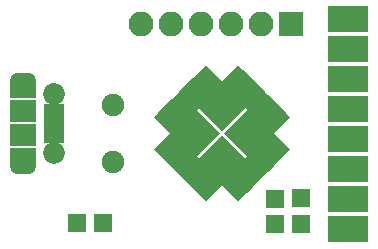
<source format=gts>
%TF.GenerationSoftware,KiCad,Pcbnew,4.0.7*%
%TF.CreationDate,2017-11-19T11:54:36+08:00*%
%TF.ProjectId,ST-Link V2.1,53542D4C696E6B2056322E312E6B6963,rev?*%
%TF.FileFunction,Soldermask,Top*%
%FSLAX46Y46*%
G04 Gerber Fmt 4.6, Leading zero omitted, Abs format (unit mm)*
G04 Created by KiCad (PCBNEW 4.0.7) date 11/19/17 11:54:36*
%MOMM*%
%LPD*%
G01*
G04 APERTURE LIST*
%ADD10C,0.100000*%
%ADD11R,2.300000X1.900000*%
%ADD12C,1.850000*%
%ADD13R,1.750000X0.800000*%
%ADD14O,2.300000X1.600000*%
%ADD15R,2.300000X1.600000*%
%ADD16R,2.100000X2.100000*%
%ADD17O,2.100000X2.100000*%
%ADD18C,1.900000*%
%ADD19R,1.600000X1.600000*%
G04 APERTURE END LIST*
D10*
D11*
X120820200Y-109600000D03*
D12*
X123520200Y-106100000D03*
D13*
X123520200Y-107950000D03*
X123520200Y-107300000D03*
X123520200Y-109900000D03*
X123520200Y-109250000D03*
X123520200Y-108600000D03*
D12*
X123520200Y-111100000D03*
D11*
X120820200Y-107600000D03*
D14*
X120820200Y-105100000D03*
X120820200Y-112100000D03*
D15*
X120820200Y-111500000D03*
X120820200Y-105700000D03*
D10*
G36*
X146700000Y-100920000D02*
X146700000Y-98720000D01*
X150100000Y-98720000D01*
X150100000Y-100920000D01*
X146700000Y-100920000D01*
X146700000Y-100920000D01*
G37*
G36*
X146700000Y-103460000D02*
X146700000Y-101260000D01*
X150100000Y-101260000D01*
X150100000Y-103460000D01*
X146700000Y-103460000D01*
X146700000Y-103460000D01*
G37*
G36*
X146700000Y-106000000D02*
X146700000Y-103800000D01*
X150100000Y-103800000D01*
X150100000Y-106000000D01*
X146700000Y-106000000D01*
X146700000Y-106000000D01*
G37*
G36*
X146700000Y-108540000D02*
X146700000Y-106340000D01*
X150100000Y-106340000D01*
X150100000Y-108540000D01*
X146700000Y-108540000D01*
X146700000Y-108540000D01*
G37*
G36*
X146700000Y-111080000D02*
X146700000Y-108880000D01*
X150100000Y-108880000D01*
X150100000Y-111080000D01*
X146700000Y-111080000D01*
X146700000Y-111080000D01*
G37*
G36*
X146700000Y-113620000D02*
X146700000Y-111420000D01*
X150100000Y-111420000D01*
X150100000Y-113620000D01*
X146700000Y-113620000D01*
X146700000Y-113620000D01*
G37*
G36*
X146700000Y-116160000D02*
X146700000Y-113960000D01*
X150100000Y-113960000D01*
X150100000Y-116160000D01*
X146700000Y-116160000D01*
X146700000Y-116160000D01*
G37*
G36*
X146700000Y-118700000D02*
X146700000Y-116500000D01*
X150100000Y-116500000D01*
X150100000Y-118700000D01*
X146700000Y-118700000D01*
X146700000Y-118700000D01*
G37*
D16*
X143535400Y-100177600D03*
D17*
X140995400Y-100177600D03*
X138455400Y-100177600D03*
X135915400Y-100177600D03*
X133375400Y-100177600D03*
X130835400Y-100177600D03*
D18*
X128498600Y-111912400D03*
X128498600Y-107032400D03*
D19*
X127592000Y-117068600D03*
X125392000Y-117068600D03*
X144380912Y-117156150D03*
X144380912Y-114956150D03*
X142223600Y-117177000D03*
X142223600Y-114977000D03*
D10*
G36*
X133473553Y-109559128D02*
X131953274Y-108038849D01*
X132448249Y-107543874D01*
X133968528Y-109064153D01*
X133473553Y-109559128D01*
X133473553Y-109559128D01*
G37*
G36*
X133827106Y-109205575D02*
X132306827Y-107685296D01*
X132801802Y-107190321D01*
X134322081Y-108710600D01*
X133827106Y-109205575D01*
X133827106Y-109205575D01*
G37*
G36*
X134180660Y-108852021D02*
X132660381Y-107331742D01*
X133155356Y-106836767D01*
X134675635Y-108357046D01*
X134180660Y-108852021D01*
X134180660Y-108852021D01*
G37*
G36*
X134534213Y-108498468D02*
X133013934Y-106978189D01*
X133508909Y-106483214D01*
X135029188Y-108003493D01*
X134534213Y-108498468D01*
X134534213Y-108498468D01*
G37*
G36*
X134887766Y-108144915D02*
X133367487Y-106624636D01*
X133862462Y-106129661D01*
X135382741Y-107649940D01*
X134887766Y-108144915D01*
X134887766Y-108144915D01*
G37*
G36*
X134216016Y-105776107D02*
X135736295Y-107296386D01*
X135241320Y-107791361D01*
X133721041Y-106271082D01*
X134216016Y-105776107D01*
X134216016Y-105776107D01*
G37*
G36*
X135594873Y-107437808D02*
X134074594Y-105917529D01*
X134569569Y-105422554D01*
X136089848Y-106942833D01*
X135594873Y-107437808D01*
X135594873Y-107437808D01*
G37*
G36*
X135948427Y-107084254D02*
X134428148Y-105563975D01*
X134923123Y-105069000D01*
X136443402Y-106589279D01*
X135948427Y-107084254D01*
X135948427Y-107084254D01*
G37*
G36*
X136301980Y-106730701D02*
X134781701Y-105210422D01*
X135276676Y-104715447D01*
X136796955Y-106235726D01*
X136301980Y-106730701D01*
X136301980Y-106730701D01*
G37*
G36*
X136655533Y-106377148D02*
X135135254Y-104856869D01*
X135630229Y-104361894D01*
X137150508Y-105882173D01*
X136655533Y-106377148D01*
X136655533Y-106377148D01*
G37*
G36*
X137009087Y-106023594D02*
X135488808Y-104503315D01*
X135983783Y-104008340D01*
X137504062Y-105528619D01*
X137009087Y-106023594D01*
X137009087Y-106023594D01*
G37*
G36*
X137362640Y-105670041D02*
X135842361Y-104149762D01*
X136337336Y-103654787D01*
X137857615Y-105175066D01*
X137362640Y-105670041D01*
X137362640Y-105670041D01*
G37*
G36*
X136089848Y-111892581D02*
X134569569Y-113412860D01*
X134074594Y-112917885D01*
X135594873Y-111397606D01*
X136089848Y-111892581D01*
X136089848Y-111892581D01*
G37*
G36*
X135736295Y-111539028D02*
X134216016Y-113059307D01*
X133721041Y-112564332D01*
X135241320Y-111044053D01*
X135736295Y-111539028D01*
X135736295Y-111539028D01*
G37*
G36*
X135382741Y-111185474D02*
X133862462Y-112705753D01*
X133367487Y-112210778D01*
X134887766Y-110690499D01*
X135382741Y-111185474D01*
X135382741Y-111185474D01*
G37*
G36*
X135029188Y-110831921D02*
X133508909Y-112352200D01*
X133013934Y-111857225D01*
X134534213Y-110336946D01*
X135029188Y-110831921D01*
X135029188Y-110831921D01*
G37*
G36*
X134675635Y-110478368D02*
X133155356Y-111998647D01*
X132660381Y-111503672D01*
X134180660Y-109983393D01*
X134675635Y-110478368D01*
X134675635Y-110478368D01*
G37*
G36*
X134322081Y-110124814D02*
X132801802Y-111645093D01*
X132306827Y-111150118D01*
X133827106Y-109629839D01*
X134322081Y-110124814D01*
X134322081Y-110124814D01*
G37*
G36*
X136443402Y-112246135D02*
X134923123Y-113766414D01*
X134428148Y-113271439D01*
X135948427Y-111751160D01*
X136443402Y-112246135D01*
X136443402Y-112246135D01*
G37*
G36*
X133968528Y-109771261D02*
X132448249Y-111291540D01*
X131953274Y-110796565D01*
X133473553Y-109276286D01*
X133968528Y-109771261D01*
X133968528Y-109771261D01*
G37*
G36*
X136796955Y-112599688D02*
X135276676Y-114119967D01*
X134781701Y-113624992D01*
X136301980Y-112104713D01*
X136796955Y-112599688D01*
X136796955Y-112599688D01*
G37*
G36*
X137150508Y-112953241D02*
X135630229Y-114473520D01*
X135135254Y-113978545D01*
X136655533Y-112458266D01*
X137150508Y-112953241D01*
X137150508Y-112953241D01*
G37*
G36*
X137504062Y-113306795D02*
X135983783Y-114827074D01*
X135488808Y-114332099D01*
X137009087Y-112811820D01*
X137504062Y-113306795D01*
X137504062Y-113306795D01*
G37*
G36*
X137857615Y-113660348D02*
X136337336Y-115180627D01*
X135842361Y-114685652D01*
X137362640Y-113165373D01*
X137857615Y-113660348D01*
X137857615Y-113660348D01*
G37*
G36*
X141216372Y-113059307D02*
X139696093Y-111539028D01*
X140191068Y-111044053D01*
X141711347Y-112564332D01*
X141216372Y-113059307D01*
X141216372Y-113059307D01*
G37*
G36*
X140862819Y-113412860D02*
X139342540Y-111892581D01*
X139837515Y-111397606D01*
X141357794Y-112917885D01*
X140862819Y-113412860D01*
X140862819Y-113412860D01*
G37*
G36*
X140509265Y-113766414D02*
X138988986Y-112246135D01*
X139483961Y-111751160D01*
X141004240Y-113271439D01*
X140509265Y-113766414D01*
X140509265Y-113766414D01*
G37*
G36*
X140155712Y-114119967D02*
X138635433Y-112599688D01*
X139130408Y-112104713D01*
X140650687Y-113624992D01*
X140155712Y-114119967D01*
X140155712Y-114119967D01*
G37*
G36*
X139802159Y-114473520D02*
X138281880Y-112953241D01*
X138776855Y-112458266D01*
X140297134Y-113978545D01*
X139802159Y-114473520D01*
X139802159Y-114473520D01*
G37*
G36*
X139448605Y-114827074D02*
X137928326Y-113306795D01*
X138423301Y-112811820D01*
X139943580Y-114332099D01*
X139448605Y-114827074D01*
X139448605Y-114827074D01*
G37*
G36*
X139095052Y-115180627D02*
X137574773Y-113660348D01*
X138069748Y-113165373D01*
X139590027Y-114685652D01*
X139095052Y-115180627D01*
X139095052Y-115180627D01*
G37*
G36*
X141569926Y-112705753D02*
X140049647Y-111185474D01*
X140544622Y-110690499D01*
X142064901Y-112210778D01*
X141569926Y-112705753D01*
X141569926Y-112705753D01*
G37*
G36*
X141923479Y-112352200D02*
X140403200Y-110831921D01*
X140898175Y-110336946D01*
X142418454Y-111857225D01*
X141923479Y-112352200D01*
X141923479Y-112352200D01*
G37*
G36*
X142277032Y-111998647D02*
X140756753Y-110478368D01*
X141251728Y-109983393D01*
X142772007Y-111503672D01*
X142277032Y-111998647D01*
X142277032Y-111998647D01*
G37*
G36*
X142630586Y-111645093D02*
X141110307Y-110124814D01*
X141605282Y-109629839D01*
X143125561Y-111150118D01*
X142630586Y-111645093D01*
X142630586Y-111645093D01*
G37*
G36*
X142984139Y-111291540D02*
X141463860Y-109771261D01*
X141958835Y-109276286D01*
X143479114Y-110796565D01*
X142984139Y-111291540D01*
X142984139Y-111291540D01*
G37*
G36*
X141357794Y-105917529D02*
X139837515Y-107437808D01*
X139342540Y-106942833D01*
X140862819Y-105422554D01*
X141357794Y-105917529D01*
X141357794Y-105917529D01*
G37*
G36*
X141711347Y-106271082D02*
X140191068Y-107791361D01*
X139696093Y-107296386D01*
X141216372Y-105776107D01*
X141711347Y-106271082D01*
X141711347Y-106271082D01*
G37*
G36*
X141004240Y-105563975D02*
X139483961Y-107084254D01*
X138988986Y-106589279D01*
X140509265Y-105069000D01*
X141004240Y-105563975D01*
X141004240Y-105563975D01*
G37*
G36*
X140650687Y-105210422D02*
X139130408Y-106730701D01*
X138635433Y-106235726D01*
X140155712Y-104715447D01*
X140650687Y-105210422D01*
X140650687Y-105210422D01*
G37*
G36*
X140297134Y-104856869D02*
X138776855Y-106377148D01*
X138281880Y-105882173D01*
X139802159Y-104361894D01*
X140297134Y-104856869D01*
X140297134Y-104856869D01*
G37*
G36*
X139943580Y-104503315D02*
X138423301Y-106023594D01*
X137928326Y-105528619D01*
X139448605Y-104008340D01*
X139943580Y-104503315D01*
X139943580Y-104503315D01*
G37*
G36*
X139590027Y-104149762D02*
X138069748Y-105670041D01*
X137574773Y-105175066D01*
X139095052Y-103654787D01*
X139590027Y-104149762D01*
X139590027Y-104149762D01*
G37*
G36*
X142064901Y-106624636D02*
X140544622Y-108144915D01*
X140049647Y-107649940D01*
X141569926Y-106129661D01*
X142064901Y-106624636D01*
X142064901Y-106624636D01*
G37*
G36*
X142418454Y-106978189D02*
X140898175Y-108498468D01*
X140403200Y-108003493D01*
X141923479Y-106483214D01*
X142418454Y-106978189D01*
X142418454Y-106978189D01*
G37*
G36*
X142772007Y-107331742D02*
X141251728Y-108852021D01*
X140756753Y-108357046D01*
X142277032Y-106836767D01*
X142772007Y-107331742D01*
X142772007Y-107331742D01*
G37*
G36*
X143125561Y-107685296D02*
X141605282Y-109205575D01*
X141110307Y-108710600D01*
X142630586Y-107190321D01*
X143125561Y-107685296D01*
X143125561Y-107685296D01*
G37*
G36*
X143479114Y-108038849D02*
X141958835Y-109559128D01*
X141463860Y-109064153D01*
X142984139Y-107543874D01*
X143479114Y-108038849D01*
X143479114Y-108038849D01*
G37*
G36*
X135524163Y-111468317D02*
X133473553Y-109417707D01*
X135524163Y-107367097D01*
X137574773Y-109417707D01*
X135524163Y-111468317D01*
X135524163Y-111468317D01*
G37*
G36*
X139908225Y-111468317D02*
X137857615Y-109417707D01*
X139908225Y-107367097D01*
X141958835Y-109417707D01*
X139908225Y-111468317D01*
X139908225Y-111468317D01*
G37*
G36*
X137716194Y-109276286D02*
X135665584Y-107225676D01*
X137716194Y-105175066D01*
X139766804Y-107225676D01*
X137716194Y-109276286D01*
X137716194Y-109276286D01*
G37*
G36*
X137716194Y-113660348D02*
X135665584Y-111609738D01*
X137716194Y-109559128D01*
X139766804Y-111609738D01*
X137716194Y-113660348D01*
X137716194Y-113660348D01*
G37*
M02*

</source>
